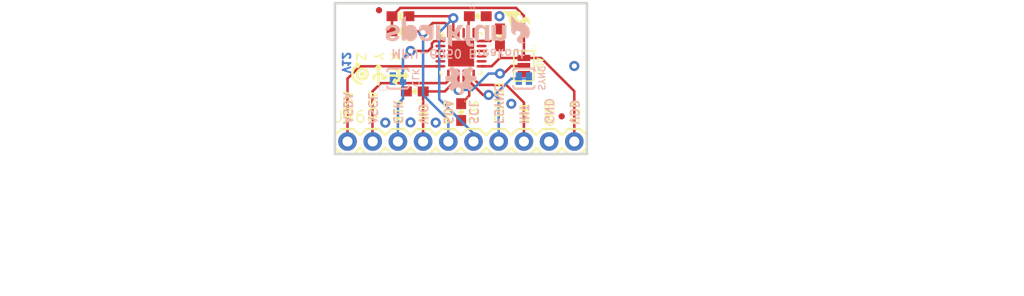
<source format=kicad_pcb>
(kicad_pcb (version 20211014) (generator pcbnew)
  (layers (0 "F.Cu" signal) (31 "B.Cu" signal) (34 "B.Paste" user) (35 "F.Paste" user) (36 "B.SilkS" user "B.Silkscreen") (37 "F.SilkS" user "F.Silkscreen") (38 "B.Mask" user) (39 "F.Mask" user) (44 "Edge.Cuts" user))
  (net 0 "")
  (net 1 "VCC")
  (net 2 "GND")
  (net 3 "N$3")
  (net 4 "N$5")
  (net 5 "AUX_SDA")
  (net 6 "AUX_SCL")
  (net 7 "SCL")
  (net 8 "SDA")
  (net 9 "INT")
  (net 10 "FSYNC")
  (net 11 "CLKIN")
  (net 12 "VIO")
  (net 13 "ADO")
  (footprint "boardEagle:STAND-OFF-TIGHT" (layer "F.Cu") (at 138.3411 99.9236 -90)
    (fp_text reference "JP4" hide)
    (fp_text value "STAND-OFFTIGHT" hide)
    (pad "" np_thru_hole circle (at 0 0 270) (size 3.048 3.048) (drill 3.048) (layers *.Cu *.Mask))
  )
  (footprint "boardEagle:0603-RES" (layer "F.Cu") (at 142.4051 100.2284 180)
    (fp_text reference "R2" (at -0.889 -0.762 180) (layer "F.SilkS") (effects (font (size 0.373888 0.373888) (thickness 0.032512)) (justify right top)))
    (fp_text value "10k")
    (fp_poly (pts (xy -0.2286 0.381) (xy 0.2286 0.381) (xy 0.2286 -0.381) (xy -0.2286 -0.381)) (layer "F.SilkS") (width 0) (fill solid))
    (pad "1" smd rect (at -0.85 0 180) (size 1.1 1) (layers "F.Cu" "F.Paste" "F.Mask") (net 8 "SDA"))
    (pad "2" smd rect (at 0.85 0 180) (size 1.1 1) (layers "F.Cu" "F.Paste" "F.Mask") (net 1 "VCC"))
  )
  (footprint "boardEagle:0603-CAP" (layer "F.Cu") (at 143.8529 106.299 180)
    (fp_text reference "C4" (at -0.889 -0.762 180) (layer "F.SilkS") (effects (font (size 0.373888 0.373888) (thickness 0.032512)) (justify right top)))
    (fp_text value "10nF")
    (fp_line (start 0 -0.0305) (end 0 0.0305) (layer "F.SilkS") (width 0.5588))
    (pad "1" smd rect (at -0.85 0 180) (size 1.1 1) (layers "F.Cu" "F.Paste" "F.Mask") (net 12 "VIO"))
    (pad "2" smd rect (at 0.85 0 180) (size 1.1 1) (layers "F.Cu" "F.Paste" "F.Mask") (net 2 "GND"))
  )
  (footprint "boardEagle:REVISION" (layer "F.Cu") (at 134.5311 126.5936)
    (fp_text reference "U$5" hide)
    (fp_text value "REVISION" hide)
  )
  (footprint "boardEagle:SJ_3_PASTE2&3" (layer "F.Cu") (at 154.8511 103.7336 -90)
    (fp_text reference "SJ1" (at -1.27 -1.27 -90) (layer "F.SilkS") (effects (font (size 0.373888 0.373888) (thickness 0.032512)) (justify left bottom)))
    (fp_text value "")
    (fp_line (start 1.27 1.016) (end -1.27 1.016) (layer "F.SilkS") (width 0.1524))
    (fp_line (start -1.524 0.762) (end -1.524 -0.762) (layer "F.SilkS") (width 0.1524))
    (fp_line (start -1.27 -1.016) (end 1.27 -1.016) (layer "F.SilkS") (width 0.1524))
    (fp_line (start 1.524 0.762) (end 1.524 -0.762) (layer "F.SilkS") (width 0.1524))
    (fp_arc (start 1.27 -1.016) (mid 1.449605 -0.941605) (end 1.524 -0.762) (layer "F.SilkS") (width 0.1524))
    (fp_arc (start 1.524 0.762) (mid 1.449605 0.941605) (end 1.27 1.016) (layer "F.SilkS") (width 0.1524))
    (fp_arc (start -1.27 1.016) (mid -1.449605 0.941605) (end -1.524 0.762) (layer "F.SilkS") (width 0.1524))
    (fp_arc (start -1.524 -0.762) (mid -1.449605 -0.941605) (end -1.27 -1.016) (layer "F.SilkS") (width 0.1524))
    (pad "1" smd rect (at -0.8128 0 270) (size 0.635 1.27) (layers "F.Cu" "F.Mask") (net 1 "VCC"))
    (pad "2" smd rect (at 0 0 270) (size 0.635 1.27) (layers "F.Cu" "F.Mask") (net 13 "ADO"))
    (pad "3" smd rect (at 0.8128 0 270) (size 0.635 1.27) (layers "F.Cu" "F.Mask") (net 2 "GND"))
  )
  (footprint "boardEagle:MICRO-FIDUCIAL" (layer "F.Cu") (at 140.2461 98.0948 -90)
    (fp_text reference "JP2" hide)
    (fp_text value "FIDUCIALUFIDUCIAL" hide)
    (pad "1" smd roundrect (at 0 0 270) (size 0.635 0.635) (layers "F.Cu" "F.Mask") (roundrect_rratio 0.5))
  )
  (footprint "boardEagle:1X10" (layer "F.Cu") (at 137.0711 111.3536)
    (fp_text reference "JP6" (at -1.3462 -1.8288) (layer "F.SilkS") (effects (font (size 1.143 1.143) (thickness 0.127)) (justify left bottom)))
    (fp_text value "M10\"")
    (fp_line (start -1.27 0.635) (end -0.635 1.27) (layer "F.SilkS") (width 0.2032))
    (fp_line (start 19.05 0.635) (end 19.685 1.27) (layer "F.SilkS") (width 0.2032))
    (fp_line (start 13.335 1.27) (end 12.065 1.27) (layer "F.SilkS") (width 0.2032))
    (fp_line (start 14.605 -1.27) (end 13.97 -0.635) (layer "F.SilkS") (width 0.2032))
    (fp_line (start 21.59 0.635) (end 20.955 1.27) (layer "F.SilkS") (width 0.2032))
    (fp_line (start 0.635 1.27) (end -0.635 1.27) (layer "F.SilkS") (width 0.2032))
    (fp_line (start 11.43 -0.635) (end 12.065 -1.27) (layer "F.SilkS") (width 0.2032))
    (fp_line (start 13.97 0.635) (end 14.605 1.27) (layer "F.SilkS") (width 0.2032))
    (fp_line (start 19.05 0.635) (end 18.415 1.27) (layer "F.SilkS") (width 0.2032))
    (fp_line (start 21.59 0.635) (end 22.225 1.27) (layer "F.SilkS") (width 0.2032))
    (fp_line (start 15.875 1.27) (end 14.605 1.27) (layer "F.SilkS") (width 0.2032))
    (fp_line (start 5.715 1.27) (end 4.445 1.27) (layer "F.SilkS") (width 0.2032))
    (fp_line (start 15.875 -1.27) (end 16.51 -0.635) (layer "F.SilkS") (width 0.2032))
    (fp_line (start 3.175 1.27) (end 1.905 1.27) (layer "F.SilkS") (width 0.2032))
    (fp_line (start 6.985 -1.27) (end 6.35 -0.635) (layer "F.SilkS") (width 0.2032))
    (fp_line (start 8.255 1.27) (end 6.985 1.27) (layer "F.SilkS") (width 0.2032))
    (fp_line (start 11.43 0.635) (end 10.795 1.27) (layer "F.SilkS") (width 0.2032))
    (fp_line (start 5.715 -1.27) (end 6.35 -0.635) (layer "F.SilkS") (width 0.2032))
    (fp_line (start 19.685 -1.27) (end 19.05 -0.635) (layer "F.SilkS") (width 0.2032))
    (fp_line (start 17.145 -1.27) (end 16.51 -0.635) (layer "F.SilkS") (width 0.2032))
    (fp_line (start 9.525 -1.27) (end 10.795 -1.27) (layer "F.SilkS") (width 0.2032))
    (fp_line (start 12.065 -1.27) (end 13.335 -1.27) (layer "F.SilkS") (width 0.2032))
    (fp_line (start 4.445 -1.27) (end 5.715 -1.27) (layer "F.SilkS") (width 0.2032))
    (fp_line (start 1.27 0.635) (end 0.635 1.27) (layer "F.SilkS") (width 0.2032))
    (fp_line (start 1.905 -1.27) (end 3.175 -1.27) (layer "F.SilkS") (width 0.2032))
    (fp_line (start 17.145 -1.27) (end 18.415 -1.27) (layer "F.SilkS") (width 0.2032))
    (fp_line (start 22.225 -1.27) (end 23.495 -1.27) (layer "F.SilkS") (width 0.2032))
    (fp_line (start -0.635 -1.27) (end -1.27 -0.635) (layer "F.SilkS") (width 0.2032))
    (fp_line (start 13.335 -1.27) (end 13.97 -0.635) (layer "F.SilkS") (width 0.2032))
    (fp_line (start 16.51 0.635) (end 15.875 1.27) (layer "F.SilkS") (width 0.2032))
    (fp_line (start 18.415 -1.27) (end 19.05 -0.635) (layer "F.SilkS") (width 0.2032))
    (fp_line (start 8.255 -1.27) (end 8.89 -0.635) (layer "F.SilkS") (width 0.2032))
    (fp_line (start 8.89 -0.635) (end 9.525 -1.27) (layer "F.SilkS") (width 0.2032))
    (fp_line (start 20.955 1.27) (end 19.685 1.27) (layer "F.SilkS") (width 0.2032))
    (fp_line (start 9.525 1.27) (end 8.89 0.635) (layer "F.SilkS") (width 0.2032))
    (fp_line (start 23.495 -1.27) (end 24.13 -0.635) (layer "F.SilkS") (width 0.2032))
    (fp_line (start 19.685 -1.27) (end 20.955 -1.27) (layer "F.SilkS") (width 0.2032))
    (fp_line (start 20.955 -1.27) (end 21.59 -0.635) (layer "F.SilkS") (width 0.2032))
    (fp_line (start 3.81 0.635) (end 3.175 1.27) (layer "F.SilkS") (width 0.2032))
    (fp_line (start 6.35 0.635) (end 6.985 1.27) (layer "F.SilkS") (width 0.2032))
    (fp_line (start 14.605 -1.27) (end 15.875 -1.27) (layer "F.SilkS") (width 0.2032))
    (fp_line (start 24.13 0.635) (end 23.495 1.27) (layer "F.SilkS") (width 0.2032))
    (fp_line (start 4.445 1.27) (end 3.81 0.635) (layer "F.SilkS") (width 0.2032))
    (fp_line (start 18.415 1.27) (end 17.145 1.27) (layer "F.SilkS") (width 0.2032))
    (fp_line (start 1.27 -0.635) (end 1.905 -1.27) (layer "F.SilkS") (width 0.2032))
    (fp_line (start 22.225 -1.27) (end 21.59 -0.635) (layer "F.SilkS") (width 0.2032))
    (fp_line (start 10.795 1.27) (end 9.525 1.27) (layer "F.SilkS") (width 0.2032))
    (fp_line (start 8.89 0.635) (end 8.255 1.27) (layer "F.SilkS") (width 0.2032))
    (fp_line (start 1.905 1.27) (end 1.27 0.635) (layer "F.SilkS") (width 0.2032))
    (fp_line (start -1.27 -0.635) (end -1.27 0.635) (layer "F.SilkS") (width 0.2032))
    (fp_line (start 3.175 -1.27) (end 3.81 -0.635) (layer "F.SilkS") (width 0.2032))
    (fp_line (start 6.985 -1.27) (end 8.255 -1.27) (layer "F.SilkS") (width 0.2032))
    (fp_line (start 24.13 -0.635) (end 24.13 0.635) (layer "F.SilkS") (width 0.2032))
    (fp_line (start 10.795 -1.27) (end 11.43 -0.635) (layer "F.SilkS") (width 0.2032))
    (fp_line (start 13.97 0.635) (end 13.335 1.27) (layer "F.SilkS") (width 0.2032))
    (fp_line (start 6.35 0.635) (end 5.715 1.27) (layer "F.SilkS") (width 0.2032))
    (fp_line (start 16.51 0.635) (end 17.145 1.27) (layer "F.SilkS") (width 0.2032))
    (fp_line (start 23.495 1.27) (end 22.225 1.27) (layer "F.SilkS") (width 0.2032))
    (fp_line (start -0.635 -1.27) (end 0.635 -1.27) (layer "F.SilkS") (width 0.2032))
    (fp_line (start 0.635 -1.27) (end 1.27 -0.635) (layer "F.SilkS") (width 0.2032))
    (fp_line (start 12.065 1.27) (end 11.43 0.635) (layer "F.SilkS") (width 0.2032))
    (fp_line (start 3.81 -0.635) (end 4.445 -1.27) (layer "F.SilkS") (width 0.2032))
    (pad "1" thru_hole circle (at 0 0 90) (size 1.8796 1.8796) (drill 1.016) (layers *.Cu *.Mask) (net 5 "AUX_SDA"))
    (pad "2" thru_hole circle (at 2.54 0 90) (size 1.8796 1.8796) (drill 1.016) (layers *.Cu *.Mask) (net 6 "AUX_SCL"))
    (pad "3" thru_hole circle (at 5.08 0 90) (size 1.8796 1.8796) (drill 1.016) (layers *.Cu *.Mask) (net 11 "CLKIN"))
    (pad "4" thru_hole circle (at 7.62 0 90) (size 1.8796 1.8796) (drill 1.016) (layers *.Cu *.Mask) (net 12 "VIO"))
    (pad "5" thru_hole circle (at 10.16 0 90) (size 1.8796 1.8796) (drill 1.016) (layers *.Cu *.Mask) (net 8 "SDA"))
    (pad "6" thru_hole circle (at 12.7 0 90) (size 1.8796 1.8796) (drill 1.016) (layers *.Cu *.Mask) (net 7 "SCL"))
    (pad "7" thru_hole circle (at 15.24 0 90) (size 1.8796 1.8796) (drill 1.016) (layers *.Cu *.Mask) (net 10 "FSYNC"))
    (pad "8" thru_hole circle (at 17.78 0 90) (size 1.8796 1.8796) (drill 1.016) (layers *.Cu *.Mask) (net 9 "INT"))
    (pad "9" thru_hole circle (at 20.32 0 90) (size 1.8796 1.8796) (drill 1.016) (layers *.Cu *.Mask) (net 2 "GND"))
    (pad "10" thru_hole circle (at 22.86 0 90) (size 1.8796 1.8796) (drill 1.016) (layers *.Cu *.Mask) (net 1 "VCC"))
  )
  (footprint "boardEagle:0603-CAP" (layer "F.Cu") (at 152.4381 100.838 90)
    (fp_text reference "C3" (at -0.889 -0.762 90) (layer "F.SilkS") (effects (font (size 0.373888 0.373888) (thickness 0.032512)) (justify left bottom)))
    (fp_text value "0.1uF")
    (fp_line (start 0 -0.0305) (end 0 0.0305) (layer "F.SilkS") (width 0.5588))
    (pad "1" smd rect (at -0.85 0 90) (size 1.1 1) (layers "F.Cu" "F.Paste" "F.Mask") (net 1 "VCC"))
    (pad "2" smd rect (at 0.85 0 90) (size 1.1 1) (layers "F.Cu" "F.Paste" "F.Mask") (net 2 "GND"))
  )
  (footprint "boardEagle:CREATIVE_COMMONS" (layer "F.Cu") (at 122.358979 122.7836)
    (fp_text reference "FRAME1" hide)
    (fp_text value "FRAME-LETTER" hide)
  )
  (footprint "boardEagle:QFN-24-4MM2" (layer "F.Cu") (at 148.5011 102.4636)
    (fp_text reference "U1" hide)
    (fp_text value "MPU-6050-1" hide)
    (fp_line (start 1.8 2.1) (end 2.1 2.1) (layer "F.SilkS") (width 0.127))
    (fp_line (start -2.1 2.1) (end -2.1 1.8) (layer "F.SilkS") (width 0.127))
    (fp_line (start 2.1 -2.1) (end 2.1 -1.8) (layer "F.SilkS") (width 0.127))
    (fp_line (start 1.8 -2.1) (end 2.1 -2.1) (layer "F.SilkS") (width 0.127))
    (fp_line (start 2.1 2.1) (end 2.1 1.8) (layer "F.SilkS") (width 0.127))
    (fp_line (start -1.8 2.1) (end -2.1 2.1) (layer "F.SilkS") (width 0.127))
    (fp_line (start -2.1 -1.8) (end -1.8 -2.1) (layer "F.SilkS") (width 0.127))
    (fp_circle (center -1.78 -1.78) (end -1.7168 -1.78) (layer "F.SilkS") (width 0.127) (fill none))
    (pad "1" smd roundrect (at -2.0662 -1.2567 180) (size 1.016 0.254) (layers "F.Cu" "F.Paste" "F.Mask") (roundrect_rratio 0.5) (net 11 "CLKIN"))
    (pad "2" smd roundrect (at -2.0662 -0.7496 180) (size 1.016 0.254) (layers "F.Cu" "F.Paste" "F.Mask") (roundrect_rratio 0.5))
    (pad "3" smd roundrect (at -2.0662 -0.2475 180) (size 1.016 0.254) (layers "F.Cu" "F.Paste" "F.Mask") (roundrect_rratio 0.5))
    (pad "4" smd roundrect (at -2.0662 0.2875 180) (size 1.016 0.254) (layers "F.Cu" "F.Paste" "F.Mask") (roundrect_rratio 0.5))
    (pad "5" smd roundrect (at -2.0662 0.7921 180) (size 1.016 0.254) (layers "F.Cu" "F.Paste" "F.Mask") (roundrect_rratio 0.5))
    (pad "6" smd roundrect (at -2.0662 1.2967 180) (size 1.016 0.254) (layers "F.Cu" "F.Paste" "F.Mask") (roundrect_rratio 0.5) (net 5 "AUX_SDA"))
    (pad "7" smd roundrect (at -1.2667 2.1216 90) (size 1.016 0.254) (layers "F.Cu" "F.Paste" "F.Mask") (roundrect_rratio 0.5) (net 6 "AUX_SCL"))
    (pad "8" smd roundrect (at -0.7621 2.1216 90) (size 1.016 0.254) (layers "F.Cu" "F.Paste" "F.Mask") (roundrect_rratio 0.5) (net 12 "VIO"))
    (pad "9" smd roundrect (at -0.2575 2.1216 90) (size 1.016 0.254) (layers "F.Cu" "F.Paste" "F.Mask") (roundrect_rratio 0.5) (net 13 "ADO"))
    (pad "10" smd roundrect (at 0.2775 2.1216 90) (size 1.016 0.254) (layers "F.Cu" "F.Paste" "F.Mask") (roundrect_rratio 0.5) (net 4 "N$5"))
    (pad "11" smd roundrect (at 0.7796 2.1216 90) (size 1.016 0.254) (layers "F.Cu" "F.Paste" "F.Mask") (roundrect_rratio 0.5) (net 10 "FSYNC"))
    (pad "12" smd roundrect (at 1.2867 2.1216 90) (size 1.016 0.254) (layers "F.Cu" "F.Paste" "F.Mask") (roundrect_rratio 0.5) (net 9 "INT"))
    (pad "13" smd roundrect (at 2.0862 1.2967 180) (size 1.016 0.254) (layers "F.Cu" "F.Paste" "F.Mask") (roundrect_rratio 0.5) (net 1 "VCC"))
    (pad "14" smd roundrect (at 2.0862 0.7921 180) (size 1.016 0.254) (layers "F.Cu" "F.Paste" "F.Mask") (roundrect_rratio 0.5))
    (pad "15" smd roundrect (at 2.0862 0.2875 180) (size 1.016 0.254) (layers "F.Cu" "F.Paste" "F.Mask") (roundrect_rratio 0.5))
    (pad "16" smd roundrect (at 2.0862 -0.2475 180) (size 1.016 0.254) (layers "F.Cu" "F.Paste" "F.Mask") (roundrect_rratio 0.5))
    (pad "17" smd roundrect (at 2.0862 -0.7496 180) (size 1.016 0.254) (layers "F.Cu" "F.Paste" "F.Mask") (roundrect_rratio 0.5))
    (pad "18" smd roundrect (at 2.0862 -1.2567 180) (size 1.016 0.254) (layers "F.Cu" "F.Paste" "F.Mask") (roundrect_rratio 0.5) (net 2 "GND"))
    (pad "19" smd roundrect (at 1.2867 -2.0816 90) (size 1.016 0.254) (layers "F.Cu" "F.Paste" "F.Mask") (roundrect_rratio 0.5))
    (pad "20" smd roundrect (at 0.7796 -2.0816 90) (size 1.016 0.254) (layers "F.Cu" "F.Paste" "F.Mask") (roundrect_rratio 0.5) (net 3 "N$3"))
    (pad "21" smd roundrect (at 0.2775 -2.0816 90) (size 1.016 0.254) (layers "F.Cu" "F.Paste" "F.Mask") (roundrect_rratio 0.5))
    (pad "22" smd roundrect (at -0.2575 -2.0816 90) (size 1.016 0.254) (layers "F.Cu" "F.Paste" "F.Mask") (roundrect_rratio 0.5))
    (pad "23" smd roundrect (at -0.7621 -2.0816 90) (size 1.016 0.254) (layers "F.Cu" "F.Paste" "F.Mask") (roundrect_rratio 0.5) (net 7 "SCL"))
    (pad "24" smd roundrect (at -1.2667 -2.0816 90) (size 1.016 0.254) (layers "F.Cu" "F.Paste" "F.Mask") (roundrect_rratio 0.5) (net 8 "SDA"))
    (pad "P$1" smd rect (at 0.02 0.01) (size 2.6162 2.6162) (layers "F.Cu" "F.Mask"))
  )
  (footprint "boardEagle:0603-CAP" (layer "F.Cu") (at 150.2029 98.7044)
    (fp_text reference "C2" (at -0.889 -0.762) (layer "F.SilkS") (effects (font (size 0.373888 0.373888) (thickness 0.032512)) (justify left bottom)))
    (fp_text value "2.2nF")
    (fp_line (start 0 -0.0305) (end 0 0.0305) (layer "F.SilkS") (width 0.5588))
    (pad "1" smd rect (at -0.85 0) (size 1.1 1) (layers "F.Cu" "F.Paste" "F.Mask") (net 3 "N$3"))
    (pad "2" smd rect (at 0.85 0) (size 1.1 1) (layers "F.Cu" "F.Paste" "F.Mask") (net 2 "GND"))
  )
  (footprint "boardEagle:MICRO-FIDUCIAL" (layer "F.Cu") (at 158.6611 108.8136 -90)
    (fp_text reference "JP5" hide)
    (fp_text value "FIDUCIALUFIDUCIAL" hide)
    (pad "1" smd roundrect (at 0 0 270) (size 0.635 0.635) (layers "F.Cu" "F.Mask") (roundrect_rratio 0.5))
  )
  (footprint "boardEagle:STAND-OFF-TIGHT" (layer "F.Cu") (at 158.6611 99.9236 -90)
    (fp_text reference "JP3" hide)
    (fp_text value "STAND-OFFTIGHT" hide)
    (pad "" np_thru_hole circle (at 0 0 270) (size 3.048 3.048) (drill 3.048) (layers *.Cu *.Mask))
  )
  (footprint "boardEagle:SFE-LOGO-FLAME" (layer "F.Cu") (at 152.6413 98.1964 -90)
    (fp_text reference "U$2" hide)
    (fp_text value "" hide)
    (fp_poly (pts (xy 1.126002 -2.808203) (xy 1.215449 -2.785829) (xy 1.228477 -2.780783) (xy 1.240149 -2.774875) (xy 1.25686 -2.766576) (xy 1.275552 -2.759834) (xy 1.371694 -2.7026) (xy 1.3793 -2.7026) (xy 1.3793 -2.6772) (xy 1.306833 -2.6772) (xy 1.208418 -2.657914) (xy 1.074855 -2.495286) (xy 1.079365 -2.436825) (xy 1.12809 -2.341869) (xy 1.204666 -2.265196) (xy 1.294069 -2.200638) (xy 1.369348 -2.168824) (xy 1.450737 -2.171632) (xy 1.458864 -2.174186) (xy 1.466257 -2.177389) (xy 1.530514 -2.236956) (xy 1.5368 -2.259812) (xy 1.5368 -2.377938) (xy 1.763707 -2.148127) (xy 1.868186 -1.856841) (xy 1.871603 -1.856894) (xy 1.87806 -1.650435) (xy 1.848857 -1.45742) (xy 1.785308 -1.272842) (xy 1.6663 -1.061578) (xy 1.6663 -1.080581) (xy 1.378131 -0.80901) (xy 0.982239 -0.6985) (xy 0.753005 -0.6985) (xy 0.716201 -0.692046) (xy 0.681776 -0.679592) (xy 0.496322 -0.541784) (xy -0.0126 0.03091) (xy -0.0126 -1.52077) (xy 0.060004 -1.761967) (xy 0.168295 -1.865489) (xy 0.307122 -1.917522) (xy 0.4039 -1.925089) (xy 0.499384 -1.917623) (xy 0.55991 -1.908099) (xy 0.557788 -1.884433) (xy 0.522216 -1.885242) (xy 0.501784 -1.876141) (xy 0.420519 -1.817154) (xy 0.400722 -1.79067) (xy 0.390395 -1.7285) (xy 0.400905 -1.665229) (xy 0.421405 -1.625174) (xy 0.452343 -1.592685) (xy 0.546535 -1.54355) (xy 0.652229 -1.531742) (xy 0.742768 -1.550084) (xy 0.82422 -1.589656) (xy 0.92203 -1.754659) (xy 0.907706 -1.848844) (xy 0.850914 -1.930401) (xy 0.584707 -2.263237) (xy 0.561667 -2.510855) (xy 0.627495 -2.621556) (xy 0.629042 -2.623103) (xy 0.778901 -2.74712) (xy 1.032676 -2.817064)) (layer "F.SilkS") (width 0) (fill solid))
  )
  (footprint "boardEagle:0603-CAP" (layer "F.Cu") (at 148.5265 108.3818 -90)
    (fp_text reference "C1" (at -0.889 -0.762 -90) (layer "F.SilkS") (effects (font (size 0.373888 0.373888) (thickness 0.032512)) (justify left bottom)))
    (fp_text value "0.1uF")
    (fp_line (start 0 -0.0305) (end 0 0.0305) (layer "F.SilkS") (width 0.5588))
    (pad "1" smd rect (at -0.85 0 270) (size 1.1 1) (layers "F.Cu" "F.Paste" "F.Mask") (net 4 "N$5"))
    (pad "2" smd rect (at 0.85 0 270) (size 1.1 1) (layers "F.Cu" "F.Paste" "F.Mask") (net 2 "GND"))
  )
  (footprint "boardEagle:0603-RES" (layer "F.Cu") (at 142.4051 98.7044 180)
    (fp_text reference "R1" (at -0.889 -0.762 180) (layer "F.SilkS") (effects (font (size 0.373888 0.373888) (thickness 0.032512)) (justify right top)))
    (fp_text value "10k")
    (fp_poly (pts (xy -0.2286 0.381) (xy 0.2286 0.381) (xy 0.2286 -0.381) (xy -0.2286 -0.381)) (layer "F.SilkS") (width 0) (fill solid))
    (pad "1" smd rect (at -0.85 0 180) (size 1.1 1) (layers "F.Cu" "F.Paste" "F.Mask") (net 7 "SCL"))
    (pad "2" smd rect (at 0.85 0 180) (size 1.1 1) (layers "F.Cu" "F.Paste" "F.Mask") (net 1 "VCC"))
  )
  (footprint "boardEagle:OSHW-LOGO-S" (layer "B.Cu") (at 148.5011 105.0036)
    (fp_text reference "U$1" hide)
    (fp_text value "OSHW-LOGOS" hide)
    (fp_poly (pts (xy 0.301647 1.061351) (xy 0.42347 1.022344) (xy 0.537177 0.963769) (xy 0.92862 1.282946) (xy 1.282946 0.92862) (xy 0.961035 0.533823) (xy 1.057046 0.302084) (xy 1.5638 0.250561) (xy 1.5638 -0.250561) (xy 1.057046 -0.302084) (xy 0.961035 -0.533823) (xy 1.282946 -0.92862) (xy 0.92862 -1.282946) (xy 0.537177 -0.96377) (xy 0.356601 -1.056794) (xy 0.088679 -0.410073) (xy 0.326262 -0.2176) (xy 0.373649 -0.121468) (xy 0.392729 -0.010339) (xy 0.379464 0.101634) (xy 0.334947 0.205229) (xy 0.262842 0.291918) (xy 0.169087 0.354561) (xy 0.061406 0.387999) (xy -0.051342 0.38948) (xy -0.159868 0.358881) (xy -0.255234 0.298724) (xy -0.329589 0.213962) (xy -0.376813 0.111569) (xy -0.392176 0.005767) (xy -0.322923 -0.222565) (xy -0.249312 -0.303773) (xy 0.091677 -0.5081) (xy -0.12929 -0.5081) (xy -0.355332 -1.053732) (xy -0.506597 -0.983577) (xy -0.538922 -0.965192) (xy -0.92862 -1.282946) (xy -1.282946 -0.92862) (xy -0.961035 -0.533823) (xy -1.057046 -0.302084) (xy -1.5638 -0.250561) (xy -1.5638 0.250561) (xy -1.057046 0.302084) (xy -0.961035 0.533823) (xy -1.282946 0.92862) (xy -0.92862 1.282946) (xy -0.533823 0.961035) (xy -0.302084 1.057046) (xy -0.250561 1.5638) (xy 0.250561 1.5638)) (layer "B.SilkS") (width 0) (fill solid))
  )
  (footprint "boardEagle:SJ_2S-TRACE" (layer "B.Cu") (at 154.8511 105.0036 180)
    (fp_text reference "SJ3" (at -0.9525 1.27) (layer "B.SilkS") (effects (font (size 0.373888 0.373888) (thickness 0.032512)) (justify right top mirror)))
    (fp_text value "")
    (fp_line (start -0.381 0) (end 0.381 0) (layer "B.Cu") (width 0.2032))
    (fp_line (start -0.8255 1.016) (end 0.8255 1.016) (layer "B.SilkS") (width 0.2032))
    (fp_line (start 0.8255 -1.016) (end -0.8255 -1.016) (layer "B.SilkS") (width 0.2032))
    (fp_arc (start -1.0795 -0.762) (mid -1.005105 -0.941605) (end -0.8255 -1.016) (layer "B.SilkS") (width 0.2032))
    (fp_arc (start 1.0795 0.762) (mid 1.005105 0.941605) (end 0.8255 1.016) (layer "B.SilkS") (width 0.2032))
    (fp_arc (start 0.8255 -1.016) (mid 1.005105 -0.941605) (end 1.0795 -0.762) (layer "B.SilkS") (width 0.2032))
    (fp_arc (start -0.8255 1.016) (mid -1.005105 0.941605) (end -1.0795 0.762) (layer "B.SilkS") (width 0.2032))
    (pad "1" smd rect (at -0.508 0 180) (size 0.635 1.27) (layers "B.Cu" "B.Mask") (net 2 "GND"))
    (pad "2" smd rect (at 0.508 0 180) (size 0.635 1.27) (layers "B.Cu" "B.Mask") (net 10 "FSYNC"))
  )
  (footprint "boardEagle:SFE-LOGO-FLAME" (layer "B.Cu") (at 153.5811 98.6536)
    (fp_text reference "U$3" hide)
    (fp_text value "" hide)
    (fp_poly (pts (xy 1.126002 2.808203) (xy 1.215449 2.785829) (xy 1.228477 2.780783) (xy 1.240149 2.774875) (xy 1.25686 2.766576) (xy 1.275552 2.759834) (xy 1.371694 2.7026) (xy 1.3793 2.7026) (xy 1.3793 2.6772) (xy 1.306833 2.6772) (xy 1.208418 2.657914) (xy 1.074855 2.495286) (xy 1.079365 2.436825) (xy 1.12809 2.341869) (xy 1.204666 2.265196) (xy 1.294069 2.200638) (xy 1.369348 2.168824) (xy 1.450737 2.171632) (xy 1.458864 2.174186) (xy 1.466257 2.177389) (xy 1.530514 2.236956) (xy 1.5368 2.259812) (xy 1.5368 2.377938) (xy 1.763707 2.148127) (xy 1.868186 1.856841) (xy 1.871603 1.856894) (xy 1.87806 1.650435) (xy 1.848857 1.45742) (xy 1.785308 1.272842) (xy 1.6663 1.061578) (xy 1.6663 1.080581) (xy 1.378131 0.80901) (xy 0.982239 0.6985) (xy 0.753005 0.6985) (xy 0.716201 0.692046) (xy 0.681776 0.679592) (xy 0.496322 0.541784) (xy -0.0126 -0.03091) (xy -0.0126 1.52077) (xy 0.060004 1.761967) (xy 0.168295 1.865489) (xy 0.307122 1.917522) (xy 0.4039 1.925089) (xy 0.499384 1.917623) (xy 0.55991 1.908099) (xy 0.557788 1.884433) (xy 0.522216 1.885242) (xy 0.501784 1.876141) (xy 0.420519 1.817154) (xy 0.400722 1.79067) (xy 0.390395 1.7285) (xy 0.400905 1.665229) (xy 0.421405 1.625174) (xy 0.452343 1.592685) (xy 0.546535 1.54355) (xy 0.652229 1.531742) (xy 0.742768 1.550084) (xy 0.82422 1.589656) (xy 0.92203 1.754659) (xy 0.907706 1.848844) (xy 0.850914 1.930401) (xy 0.584707 2.263237) (xy 0.561667 2.510855) (xy 0.627495 2.621556) (xy 0.629042 2.623103) (xy 0.778901 2.74712) (xy 1.032676 2.817064)) (layer "B.SilkS") (width 0) (fill solid))
  )
  (footprint "boardEagle:SJ_2S-TRACE" (layer "B.Cu") (at 142.1511 105.0036)
    (fp_text reference "SJ2" (at -0.9525 1.27 180) (layer "B.SilkS") (effects (font (size 0.373888 0.373888) (thickness 0.032512)) (justify left bottom mirror)))
    (fp_text value "")
    (fp_line (start -0.381 0) (end 0.381 0) (layer "B.Cu") (width 0.2032))
    (fp_line (start 0.8255 -1.016) (end -0.8255 -1.016) (layer "B.SilkS") (width 0.2032))
    (fp_line (start -0.8255 1.016) (end 0.8255 1.016) (layer "B.SilkS") (width 0.2032))
    (fp_arc (start 1.0795 0.762) (mid 1.005105 0.941605) (end 0.8255 1.016) (layer "B.SilkS") (width 0.2032))
    (fp_arc (start -0.8255 1.016) (mid -1.005105 0.941605) (end -1.0795 0.762) (layer "B.SilkS") (width 0.2032))
    (fp_arc (start -1.0795 -0.762) (mid -1.005105 -0.941605) (end -0.8255 -1.016) (layer "B.SilkS") (width 0.2032))
    (fp_arc (start 0.8255 -1.016) (mid 1.005105 -0.941605) (end 1.0795 -0.762) (layer "B.SilkS") (width 0.2032))
    (pad "1" smd rect (at -0.508 0) (size 0.635 1.27) (layers "B.Cu" "B.Mask") (net 2 "GND"))
    (pad "2" smd rect (at 0.508 0) (size 0.635 1.27) (layers "B.Cu" "B.Mask") (net 11 "CLKIN"))
  )
  (footprint "boardEagle:SFE-NEW-WEB" (layer "B.Cu") (at 140.8811 98.6536)
    (fp_text reference "U$4" hide)
    (fp_text value "" hide)
    (fp_line (start 11.1379 0.9449) (end 10.7163 0.9449) (layer "B.SilkS") (width 0.0254))
    (fp_line (start 10.7163 0.9449) (end 10.7163 2.5171) (layer "B.SilkS") (width 0.0254))
    (fp_line (start 12.1818 2.0091) (end 12.1818 0.955) (layer "B.SilkS") (width 0.0254))
    (fp_line (start 11.1201 2.5171) (end 11.1201 2.2962) (layer "B.SilkS") (width 0.0254))
    (fp_line (start 10.7163 2.5171) (end 11.1201 2.5171) (layer "B.SilkS") (width 0.0254))
    (fp_line (start 11.1379 1.8136) (end 11.1379 0.9449) (layer "B.SilkS") (width 0.0254))
    (fp_line (start 11.1201 2.2962) (end 11.1277 2.2962) (layer "B.SilkS") (width 0.0254))
    (fp_line (start 11.7729 0.955) (end 11.7729 1.9202) (layer "B.SilkS") (width 0.0254))
    (fp_line (start 12.1818 0.955) (end 11.7729 0.955) (layer "B.SilkS") (width 0.0254))
    (fp_arc (start 11.7678 2.5502) (mid 11.667584 2.556058) (end 11.5672 2.5552) (layer "B.SilkS") (width 0.0254))
    (fp_arc (start 11.4198 2.2327) (mid 11.475702 2.235165) (end 11.5316 2.2377) (layer "B.SilkS") (width 0.0254))
    (fp_arc (start 11.1684 2.0396) (mid 11.146105 1.962214) (end 11.1379 1.8821) (layer "B.SilkS") (width 0.0254))
    (fp_arc (start 11.1379 1.8821) (mid 11.137681 1.84785) (end 11.1379 1.8136) (layer "B.SilkS") (width 0.0254))
    (fp_arc (start 11.4198 2.2327) (mid 11.334441 2.214452) (end 11.259799 2.1692) (layer "B.SilkS") (width 0.0254))
    (fp_arc (start 11.7729 1.9202) (mid 11.758038 2.02962) (end 11.7145 2.1311) (layer "B.SilkS") (width 0.0254))
    (fp_arc (start 12.0345 2.425699) (mid 11.911985 2.51116) (end 11.7678 2.5502) (layer "B.SilkS") (width 0.0254))
    (fp_arc (start 11.5976 2.2276) (mid 11.565101 2.235925) (end 11.5316 2.2377) (layer "B.SilkS") (width 0.0254))
    (fp_arc (start 11.5672 2.5552) (mid 11.411238 2.523841) (end 11.2725 2.446) (layer "B.SilkS") (width 0.0254))
    (fp_arc (start 12.1488 2.232699) (mid 12.104013 2.336521) (end 12.0345 2.4257) (layer "B.SilkS") (width 0.0254))
    (fp_arc (start 12.1818 2.0091) (mid 12.172765 2.122002) (end 12.1488 2.2327) (layer "B.SilkS") (width 0.0254))
    (fp_arc (start 11.7145 2.1311) (mid 11.664346 2.1894) (end 11.5976 2.2276) (layer "B.SilkS") (width 0.0254))
    (fp_arc (start 11.2725 2.446) (mid 11.226399 2.404414) (end 11.1862 2.3571) (layer "B.SilkS") (width 0.0254))
    (fp_arc (start 11.1862 2.3571) (mid 11.172158 2.338081) (end 11.1582 2.319) (layer "B.SilkS") (width 0.0254))
    (fp_arc (start 11.1277 2.2962) (mid 11.137379 2.298176) (end 11.1455 2.3038) (layer "B.SilkS") (width 0.0254))
    (fp_arc (start 11.2598 2.1692) (mid 11.206137 2.110016) (end 11.1684 2.0396) (layer "B.SilkS") (width 0.0254))
    (fp_arc (start 11.1455 2.3038) (mid 11.152103 2.311188) (end 11.1582 2.319) (layer "B.SilkS") (width 0.0254))
    (fp_poly (pts (xy 9.4234 1.520809) (xy 9.472888 1.359974) (xy 9.516069 1.308185) (xy 9.573108 1.271734) (xy 9.714103 1.241374) (xy 9.853529 1.268908) (xy 10.003067 1.442966) (xy 10.033 1.684784) (xy 10.033 2.5273) (xy 10.48 2.5273) (xy 10.48 0.9398) (xy 10.0533 0.9398) (xy 10.0533 1.159713) (xy 9.961626 1.051965) (xy 9.823848 0.946774) (xy 9.797269 0.933513) (xy 9.76873 0.924761) (xy 9.46843 0.899096) (xy 9.311419 0.929258) (xy 9.173895 1.0008) (xy 9.172522 1.0008) (xy 9.155194 1.014756) (xy 9.141833 1.028106) (xy 9.055991 1.150842) (xy 9.0022 1.291099) (xy 8.984 1.439423) (xy 8.984 2.5324) (xy 9.4234 2.5324)) (layer "B.SilkS") (width 0) (fill solid))
    (fp_poly (pts (xy 6.1316 2.557116) (xy 6.1316 2.1463) (xy 6.115783 2.1463) (xy 6.10653 2.147054) (xy 6.097893 2.149211) (xy 6.068387 2.157247) (xy 6.038922 2.161538) (xy 5.96265 2.16474) (xy 5.887609 2.16159) (xy 5.731931 2.107297) (xy 5.637642 2.018651) (xy 5.577302 1.903423) (xy 5.5499 1.736362) (xy 5.5499 0.9423) (xy 5.107878 0.9423) (xy 5.110519 2.454146) (xy 5.522 2.527255) (xy 5.522 2.234211) (xy 5.526569 2.235704) (xy 5.544428 2.262537) (xy 5.578841 2.314524) (xy 5.613758 2.367854) (xy 5.686736 2.438162) (xy 5.778008 2.498223) (xy 5.979984 2.565515)) (layer "B.SilkS") (width 0) (fill solid))
    (fp_poly (pts (xy 2.834651 2.506079) (xy 2.92707 2.450683) (xy 3.011605 2.383731) (xy 3.1267 2.221709) (xy 3.1267 2.263503) (xy 3.219434 1.972794) (xy 3.236098 1.526727) (xy 3.068933 1.135798) (xy 2.975978 1.041462) (xy 2.864973 0.970996) (xy 2.740356 0.92713) (xy 2.372489 0.922) (xy 2.370226 0.922) (xy 2.254471 0.962806) (xy 2.0828 1.127587) (xy 2.0828 -0.010757) (xy 1.6434 0.385552) (xy 1.6434 2.45912) (xy 2.057593 2.537568) (xy 2.055012 2.330538) (xy 2.068304 2.345345) (xy 2.15812 2.442839) (xy 2.234107 2.497896) (xy 2.368681 2.552194) (xy 2.419192 2.562883) (xy 2.620347 2.565422)) (layer "B.SilkS") (width 0) (fill solid))
    (fp_poly (pts (xy 1.201557 2.290098) (xy 1.414074 2.156268) (xy 1.42383 2.065) (xy 1.01008 2.065) (xy 1.00135 2.126336) (xy 0.936084 2.220524) (xy 0.871818 2.257603) (xy 0.798545 2.2758) (xy 0.628591 2.2758) (xy 0.583991 2.267366) (xy 0.541641 2.251683) (xy 0.51157 2.232098) (xy 0.488615 2.205726) (xy 0.469153 2.152745) (xy 0.474605 2.097619) (xy 0.521549 2.031824) (xy 0.664468 1.962838) (xy 0.866638 1.922444) (xy 1.206678 1.822687) (xy 1.354318 1.729494) (xy 1.389578 1.692366) (xy 1.416579 1.648151) (xy 1.460229 1.440208) (xy 1.447804 1.4376) (xy 1.460484 1.436955) (xy 1.457817 1.384541) (xy 1.452657 1.33034) (xy 1.371775 1.140043) (xy 1.14885 0.969822) (xy 1.013381 0.927267) (xy 0.74708 0.904177) (xy 0.617383 0.909691) (xy 0.487493 0.922202) (xy 0.306845 0.984179) (xy 0.185213 1.061804) (xy 0.109225 1.132023) (xy 0.056988 1.2215) (xy 0.013059 1.350644) (xy 0.002577 1.410659) (xy -0.00152 1.469003) (xy 0.738195 1.10308) (xy 1.120535 1.189415) (xy 1.224069 1.497645) (xy 0.809011 1.723764) (xy 0.364394 1.98847) (xy 0.308075 2.310537) (xy 0.741882 2.423672)) (layer "B.SilkS") (width 0) (fill solid))
    (fp_poly (pts (xy 4.444983 2.544915) (xy 4.588724 2.501712) (xy 4.72259 2.430523) (xy 4.844814 2.271666) (xy 4.859671 2.1819) (xy 4.8616 2.1819) (xy 4.8616 1.6891) (xy 4.864173 1.6891) (xy 4.861603 1.242544) (xy 4.871819 1.108765) (xy 4.906709 0.979276) (xy 4.920484 0.9423) (xy 4.495275 0.9423) (xy 4.477494 0.951279) (xy 4.472002 0.970735) (xy 4.468249 0.985133) (xy 4.446292 1.084946) (xy 4.440321 1.089528) (xy 4.438946 1.088886) (xy 4.309064 0.98859) (xy 4.153188 0.927249) (xy 3.824183 0.906712) (xy 3.683825 0.938256) (xy 3.554173 1.000134) (xy 3.486826 1.05665) (xy 3.437273 1.130532) (xy 3.3807 1.444163) (xy 3.3807 1.446675) (xy 3.401941 1.543624) (xy 3.446308 1.632822) (xy 3.527788 1.722902) (xy 3.632416 1.784766) (xy 3.937258 1.861632) (xy 4.048648 1.873601) (xy 4.159032 1.884616) (xy 4.224808 1.893434) (xy 4.289167 1.907055) (xy 4.336271 1.923637) (xy 4.379043 1.948303) (xy 4.407461 1.974391) (xy 4.413402 1.982997) (xy 4.4171 1.991455) (xy 4.4171 2.14983) (xy 4.358226 2.232254) (xy 4.254396 2.270917) (xy 4.188033 2.274326) (xy 4.120968 2.275774) (xy 4.006679 2.25395) (xy 3.883049 2.131716) (xy 3.8659 2.045941) (xy 3.8659 2.0295) (xy 3.429 2.0295) (xy 3.429 2.040006) (xy 3.418965 2.041638) (xy 3.439259 2.166448) (xy 3.491292 2.283494) (xy 3.571378 2.383462) (xy 3.674008 2.459597) (xy 3.791998 2.513469) (xy 3.916944 2.547448) (xy 4.18103 2.571338)) (layer "B.SilkS") (width 0) (fill solid))
    (fp_poly (pts (xy 11.770768 2.56283) (xy 12.043428 2.435548) (xy 12.160999 2.237024) (xy 12.1945 2.010032) (xy 12.1945 0.9423) (xy 11.7602 0.9423) (xy 11.7602 1.918474) (xy 11.70302 2.124971) (xy 11.656141 2.179464) (xy 11.593345 2.215403) (xy 11.53092 2.224956) (xy 11.476269 2.222478) (xy 11.422495 2.220106) (xy 11.268 2.158791) (xy 11.18035 2.034508) (xy 11.1506 1.880883) (xy 11.1506 0.9322) (xy 10.7036 0.9322) (xy 10.7036 2.5298) (xy 11.1328 2.5298) (xy 11.1328 2.310454) (xy 11.136857 2.313263) (xy 11.148195 2.326834) (xy 11.161924 2.345602) (xy 11.176241 2.364992) (xy 11.217267 2.413279) (xy 11.265048 2.456381) (xy 11.406772 2.535896) (xy 11.566093 2.567932)) (layer "B.SilkS") (width 0) (fill solid))
    (fp_poly (pts (xy 0.803285 2.567895) (xy 0.944243 2.553799) (xy 1.081508 2.516334) (xy 1.193542 2.461399) (xy 1.291841 2.383865) (xy 1.357039 2.297824) (xy 1.377068 2.257603) (xy 1.393653 2.216867) (xy 1.417283 2.151914) (xy 1.353784 2.105111) (xy 1.152335 2.254241) (xy 0.736496 2.387002) (xy 0.372563 2.277101) (xy 0.417885 2.019712) (xy 1.241556 1.540676) (xy 1.263422 1.497067) (xy 1.147655 1.152457) (xy 0.724605 1.058492) (xy -0.038666 1.4605) (xy 0.4115 1.4605) (xy 0.4115 1.443466) (xy 0.420402 1.369907) (xy 0.454647 1.305856) (xy 0.524204 1.243359) (xy 0.610838 1.206018) (xy 0.637726 1.200933) (xy 0.665996 1.198897) (xy 0.7328 1.198389) (xy 0.79791 1.198884) (xy 0.968129 1.258019) (xy 1.007666 1.302193) (xy 1.028603 1.358428) (xy 1.025789 1.425439) (xy 0.995864 1.485288) (xy 0.943734 1.527918) (xy 0.715431 1.605731) (xy 0.533161 1.644154) (xy 0.351479 1.692254) (xy 0.230117 1.743632) (xy 0.122357 1.822697) (xy 0.0457 1.960096) (xy 0.0457 1.963141) (xy 0.038572 2.135467) (xy 0.0838 2.300409) (xy 0.0838 2.303445) (xy 0.206233 2.444416) (xy 0.620397 2.567885) (xy 0.71245 2.568634)) (layer "B.SilkS") (width 0) (fill solid))
    (fp_poly (pts (xy 8.809435 3.119895) (xy 8.875117 3.1166) (xy 8.89 3.1166) (xy 8.89 2.7889) (xy 8.869112 2.7889) (xy 8.841108 2.7915) (xy 8.660351 2.7915) (xy 8.587936 2.740064) (xy 8.571192 2.699602) (xy 8.5649 2.653436) (xy 8.5649 2.5273) (xy 8.8621 2.5273) (xy 8.8621 2.2352) (xy 8.5623 2.2352) (xy 8.5623 0.9322) (xy 8.1204 0.9322) (xy 8.1204 2.232779) (xy 7.70383 2.235391) (xy 7.995739 2.5273) (xy 8.1255 2.5273) (xy 8.1255 2.560826) (xy 8.143432 2.77702) (xy 8.219199 2.938937) (xy 8.324367 3.032939) (xy 8.449534 3.095959) (xy 8.586403 3.1242) (xy 8.743112 3.1242)) (layer "B.SilkS") (width 0) (fill solid))
    (fp_poly (pts (xy 6.7335 1.97376) (xy 7.284539 2.5248) (xy 7.78835 2.5248) (xy 7.197009 1.946483) (xy 7.869909 0.937183) (xy 7.330929 0.939835) (xy 6.903958 1.643716) (xy 6.7386 1.483032) (xy 6.7386 0.9296) (xy 6.306639 0.9296) (xy 6.2941 0.942139) (xy 6.2941 2.887776) (xy 6.7335 3.138467)) (layer "B.SilkS") (width 0) (fill solid))
  )
  (gr_line (start 143.1163 104.6988) (end 142.8623 104.9528) (layer "F.SilkS") (width 0.254))
  (gr_arc (start 138.442699 105.5116) (mid 137.564948 104.636808) (end 138.2141 103.5812) (layer "F.SilkS") (width 0.254))
  (gr_line (start 138.2649 103.5812) (end 138.0109 103.4542) (layer "F.SilkS") (width 0.254))
  (gr_circle (center 138.5697 104.5464) (end 139.1031 104.5464) (layer "F.SilkS") (width 0.254) (fill none))
  (gr_line (start 140.1953 103.6828) (end 140.1953 105.5878) (layer "F.SilkS") (width 0.254))
  (gr_line (start 143.1163 104.6988) (end 142.8623 104.4448) (layer "F.SilkS") (width 0.254))
  (gr_line (start 140.8303 105.0798) (end 140.9573 104.8258) (layer "F.SilkS") (width 0.254))
  (gr_arc (start 139.6873 105.0798) (mid 140.2588 104.5083) (end 140.8303 105.0798) (layer "F.SilkS") (width 0.254))
  (gr_line (start 140.8303 105.0798) (end 140.5763 104.9528) (layer "F.SilkS") (width 0.254))
  (gr_line (start 138.2649 103.5812) (end 138.1379 103.8098) (layer "F.SilkS") (width 0.254))
  (gr_line (start 141.8463 105.1052) (end 141.9733 105.4608) (layer "F.SilkS") (width 0.254))
  (gr_line (start 141.7193 105.3338) (end 141.9733 105.4608) (layer "F.SilkS") (width 0.254))
  (gr_line (start 142.8369 104.4194) (end 142.8369 104.9782) (layer "F.SilkS") (width 0.254))
  (gr_line (start 140.9573 104.8258) (end 140.5763 104.9528) (layer "F.SilkS") (width 0.254))
  (gr_line (start 143.1163 104.6988) (end 141.3383 104.6988) (layer "F.SilkS") (width 0.254))
  (gr_circle (center 138.5697 104.5464) (end 138.6967 104.5464) (layer "F.SilkS") (width 0.254) (fill none))
  (gr_line (start 140.1953 103.6828) (end 139.9413 103.9368) (layer "F.SilkS") (width 0.254))
  (gr_arc (start 141.7193 104.0638) (mid 142.3543 104.6988) (end 141.7193 105.3338) (layer "F.SilkS") (width 0.254))
  (gr_line (start 140.4493 103.9368) (end 139.9413 103.9368) (layer "F.SilkS") (width 0.254))
  (gr_line (start 141.7193 105.3338) (end 141.8463 105.1052) (layer "F.SilkS") (width 0.254))
  (gr_line (start 138.1379 103.8098) (end 138.0109 103.4542) (layer "F.SilkS") (width 0.254))
  (gr_line (start 140.1953 103.6828) (end 140.4493 103.9368) (layer "F.SilkS") (width 0.254))
  (gr_line (start 135.8011 97.3836) (end 135.8011 112.6236) (layer "Edge.Cuts") (width 0.254))
  (gr_line (start 161.2011 112.6236) (end 161.2011 97.3836) (layer "Edge.Cuts") (width 0.254))
  (gr_line (start 135.8011 112.6236) (end 161.2011 112.6236) (layer "Edge.Cuts") (width 0.254))
  (gr_line (start 161.2011 97.3836) (end 135.8011 97.3836) (layer "Edge.Cuts") (width 0.254))
  (gr_text "V12" (at 136.4869 104.5718 -90) (layer "B.Cu") (effects (font (size 0.76192 0.76192) (thickness 0.19048)) (justify left bottom mirror)))
  (gr_text "ASDA" (at 136.5885 109.6772 -90) (layer "B.SilkS") (effects (font (size 0.8636 0.8636) (thickness 0.1524)) (justify left bottom mirror)))
  (gr_text "ASCL" (at 139.1031 109.7026 -90) (layer "B.SilkS") (effects (font (size 0.8636 0.8636) (thickness 0.1524)) (justify left bottom mirror)))
  (gr_text "VDD" (at 159.4231 109.7026 -90) (layer "B.SilkS") (effects (font (size 0.8636 0.8636) (thickness 0.1524)) (justify left bottom mirror)))
  (gr_text "CLK" (at 141.6431 109.7026 -90) (layer "B.SilkS") (effects (font (size 0.8636 0.8636) (thickness 0.1524)) (justify left bottom mirror)))
  (gr_text "SDA" (at 146.7231 109.7026 -90) (layer "B.SilkS") (effects (font (size 0.8636 0.8636) (thickness 0.1524)) (justify left bottom mirror)))
  (gr_text "GND" (at 156.8831 109.7026 -90) (layer "B.SilkS") (effects (font (size 0.8636 0.8636) (thickness 0.1524)) (justify left bottom mirror)))
  (gr_text "SYNC" (at 156.2481 106.2736 -90) (layer "B.SilkS") (effects (font (size 0.6477 0.6477) (thickness 0.1143)) (justify left bottom mirror)))
  (gr_text "MPU-6050 Breakout" (at 141.3891 101.9556 -180) (layer "B.SilkS") (effects (font (size 0.8636 0.8636) (thickness 0.1524)) (justify left bottom mirror)))
  (gr_text "CLK" (at 143.5481 105.8926 -90) (layer "B.SilkS") (effects (font (size 0.6477 0.6477) (thickness 0.1143)) (justify left bottom mirror)))
  (gr_text "FSYNC" (at 151.8031 109.7026 -90) (layer "B.SilkS") (effects (font (size 0.8636 0.8636) (thickness 0.1524)) (justify left bottom mirror)))
  (gr_text "SCL" (at 149.2631 109.7026 -90) (layer "B.SilkS") (effects (font (size 0.8636 0.8636) (thickness 0.1524)) (justify left bottom mirror)))
  (gr_text "VIO" (at 144.1831 109.7026 -90) (layer "B.SilkS") (effects (font (size 0.8636 0.8636) (thickness 0.1524)) (justify left bottom mirror)))
  (gr_text "INT" (at 154.3431 109.7026 -90) (layer "B.SilkS") (effects (font (size 0.8636 0.8636) (thickness 0.1524)) (justify left bottom mirror)))
  (gr_text "X" (at 141.3383 102.2858 270) (layer "F.SilkS") (effects (font (size 0.8636 0.8636) (thickness 0.1524)) (justify left bottom)))
  (gr_text "FSYNC" (at 151.8031 105.2322 270) (layer "F.SilkS") (effects (font (size 0.8636 0.8636) (thickness 0.1524)) (justify left bottom)))
  (gr_text "AD0" (at 156.0957 102.7938 270) (layer "F.SilkS") (effects (font (size 0.62611 0.62611) (thickness 0.11049)) (justify left bottom)))
  (gr_text "Z" (at 137.9093 102.2858 270) (layer "F.SilkS") (effects (font (size 0.8636 0.8636) (thickness 0.1524)) (justify left bottom)))
  (gr_text "ASDA" (at 136.5885 106.1466 270) (layer "F.SilkS") (effects (font (size 0.8636 0.8636) (thickness 0.1524)) (justify left bottom)))
  (gr_text "SCL" (at 149.2631 107.0864 270) (layer "F.SilkS") (effects (font (size 0.8636 0.8636) (thickness 0.1524)) (justify left bottom)))
  (gr_text "GND" (at 156.8831 107.1118 270) (layer "F.SilkS") (effects (font (size 0.8636 0.8636) (thickness 0.1524)) (justify left bottom)))
  (gr_text "Y" (at 139.6873 102.2858 270) (layer "F.SilkS") (effects (font (size 0.8636 0.8636) (thickness 0.1524)) (justify left bottom)))
  (gr_text "CLK" (at 141.6431 107.0864 270) (layer "F.SilkS") (effects (font (size 0.8636 0.8636) (thickness 0.1524)) (justify left bottom)))
  (gr_text "ASCL" (at 139.1031 106.172 270) (layer "F.SilkS") (effects (font (size 0.8636 0.8636) (thickness 0.1524)) (justify left bottom)))
  (gr_text "VIO" (at 144.1831 107.4166 270) (layer "F.SilkS") (effects (font (size 0.8636 0.8636) (thickness 0.1524)) (justify left bottom)))
  (gr_text "SDA" (at 146.6977 107.1118 270) (layer "F.SilkS") (effects (font (size 0.8636 0.8636) (thickness 0.1524)) (justify left bottom)))
  (gr_text "VDD" (at 159.4485 107.1118 270) (layer "F.SilkS") (effects (font (size 0.8636 0.8636) (thickness 0.1524)) (justify left bottom)))
  (gr_text "INT" (at 154.3431 107.442 270) (layer "F.SilkS") (effects (font (size 0.8636 0.8636) (thickness 0.1524)) (justify left bottom)))
  (segment (start 151.5986 103.7603) (end 152.4381 102.9208) (width 0.254) (layer "F.Cu") (net 1))
  (segment (start 152.4381 102.9208) (end 152.4381 101.688) (width 0.254) (layer "F.Cu") (net 1))
  (segment (start 154.0637 97.8662) (end 154.8511 98.6536) (width 0.254) (layer "F.Cu") (net 1))
  (segment (start 150.5873 103.7603) (end 151.5986 103.7603) (width 0.254) (layer "F.Cu") (net 1))
  (segment (start 154.8511 98.6536) (end 154.8511 102.9208) (width 0.254) (layer "F.Cu") (net 1))
  (segment (start 154.8511 102.9208) (end 156.5783 102.9208) (width 0.254) (layer "F.Cu") (net 1))
  (segment (start 159.9311 111.3536) (end 159.9311 106.2736) (width 0.254) (layer "F.Cu") (net 1))
  (segment (start 152.1587 101.9674) (end 152.4381 101.688) (width 0.254) (layer "F.Cu") (net 1))
  (segment (start 152.4381 102.9208) (end 154.8511 102.9208) (width 0.254) (layer "F.Cu") (net 1))
  (segment (start 141.5551 98.7044) (end 141.5551 100.2284) (width 0.254) (layer "F.Cu") (net 1))
  (segment (start 156.5783 102.9208) (end 159.9311 106.2736) (width 0.254) (layer "F.Cu") (net 1))
  (segment (start 142.3933 97.8662) (end 141.5551 98.7044) (width 0.254) (layer "F.Cu") (net 1))
  (segment (start 154.0637 97.8662) (end 142.3933 97.8662) (width 0.254) (layer "F.Cu") (net 1))
  (segment (start 150.5873 101.2069) (end 151.4596 101.2069) (width 0.254) (layer "F.Cu") (net 2))
  (segment (start 151.4596 101.2069) (end 151.4729 101.1936) (width 0.254) (layer "F.Cu") (net 2))
  (via (at 145.9611 109.4486) (size 1.016) (drill 0.508) (layers "F.Cu" "B.Cu") (net 2))
  (via (at 153.5811 107.5436) (size 1.016) (drill 0.508) (layers "F.Cu" "B.Cu") (net 2))
  (via (at 143.4211 109.4232) (size 1.016) (drill 0.508) (layers "F.Cu" "B.Cu") (net 2))
  (via (at 152.3873 98.7044) (size 1.016) (drill 0.508) (layers "F.Cu" "B.Cu") (net 2))
  (via (at 159.9311 103.7336) (size 1.016) (drill 0.508) (layers "F.Cu" "B.Cu") (net 2))
  (via (at 140.8811 109.4486) (size 1.016) (drill 0.508) (layers "F.Cu" "B.Cu") (net 2))
  (segment (start 149.2807 98.7044) (end 149.3529 98.7044) (width 0.254) (layer "F.Cu") (net 3))
  (segment (start 149.2807 100.382) (end 149.2807 98.7044) (width 0.254) (layer "F.Cu") (net 3))
  (segment (start 149.3393 106.719) (end 148.5265 107.5318) (width 0.254) (layer "F.Cu") (net 4))
  (segment (start 148.7786 105.3827) (end 148.7786 104.5852) (width 0.254) (layer "F.Cu") (net 4))
  (segment (start 149.3393 105.9434) (end 149.3393 106.719) (width 0.254) (layer "F.Cu") (net 4))
  (segment (start 148.7786 105.3827) (end 149.3393 105.9434) (width 0.254) (layer "F.Cu") (net 4))
  (segment (start 137.0711 111.3536) (end 137.0711 105.0036) (width 0.254) (layer "F.Cu") (net 5))
  (segment (start 146.4349 103.7603) (end 138.3144 103.7603) (width 0.254) (layer "F.Cu") (net 5))
  (segment (start 138.3144 103.7603) (end 137.0711 105.0036) (width 0.254) (layer "F.Cu") (net 5))
  (segment (start 147.2344 104.5852) (end 147.2344 105.2035) (width 0.254) (layer "F.Cu") (net 6))
  (segment (start 139.5857 106.299) (end 139.5857 111.3282) (width 0.254) (layer "F.Cu") (net 6))
  (segment (start 139.5857 111.3282) (end 139.6111 111.3536) (width 0.254) (layer "F.Cu") (net 6))
  (segment (start 147.2344 105.2035) (end 146.9771 105.4608) (width 0.254) (layer "F.Cu") (net 6))
  (segment (start 146.9771 105.4608) (end 140.4239 105.4608) (width 0.254) (layer "F.Cu") (net 6))
  (segment (start 140.4239 105.4608) (end 139.5857 106.299) (width 0.254) (layer "F.Cu") (net 6))
  (segment (start 143.2551 98.7044) (end 147.5359 98.7044) (width 0.254) (layer "F.Cu") (net 7))
  (segment (start 147.739 100.382) (end 147.739 98.9077) (width 0.254) (layer "F.Cu") (net 7))
  (segment (start 147.739 98.9077) (end 147.7391 98.9076) (width 0.254) (layer "F.Cu") (net 7))
  (segment (start 147.5359 98.7044) (end 147.7391 98.9076) (width 0.254) (layer "F.Cu") (net 7))
  (via (at 147.7391 98.9076) (size 1.016) (drill 0.508) (layers "F.Cu" "B.Cu") (net 7))
  (segment (start 149.7711 111.3536) (end 149.7711 110.5408) (width 0.254) (layer "B.Cu") (net 7))
  (segment (start 149.7711 110.5408) (end 146.3167 107.0864) (width 0.254) (layer "B.Cu") (net 7))
  (segment (start 147.7391 98.9076) (end 146.3167 100.33) (width 0.254) (layer "B.Cu") (net 7))
  (segment (start 146.3167 107.0864) (end 146.3167 100.33) (width 0.254) (layer "B.Cu") (net 7))
  (segment (start 147.2344 99.9015) (end 147.2344 99.9203) (width 0.254) (layer "F.Cu") (net 8))
  (segment (start 144.6657 100.3808) (end 144.6911 100.3554) (width 0.254) (layer "F.Cu") (net 8))
  (segment (start 147.2311 99.7204) (end 146.9009 99.3902) (width 0.254) (layer "F.Cu") (net 8))
  (segment (start 144.5641 100.2284) (end 144.6911 100.3554) (width 0.254) (layer "F.Cu") (net 8))
  (segment (start 144.6911 100.3554) (end 145.6563 99.3902) (width 0.254) (layer "F.Cu") (net 8))
  (segment (start 147.2344 100.382) (end 147.2344 99.9203) (width 0.254) (layer "F.Cu") (net 8))
  (segment (start 147.2344 99.9203) (end 147.2311 99.9236) (width 0.254) (layer "F.Cu") (net 8))
  (segment (start 146.9009 99.3902) (end 145.6563 99.3902) (width 0.254) (layer "F.Cu") (net 8))
  (segment (start 147.2311 99.9236) (end 147.2311 99.7204) (width 0.254) (layer "F.Cu") (net 8))
  (segment (start 143.2551 100.2284) (end 144.5641 100.2284) (width 0.254) (layer "F.Cu") (net 8))
  (via (at 144.6911 100.3554) (size 1.016) (drill 0.508) (layers "F.Cu" "B.Cu") (net 8))
  (segment (start 144.6911 106.6546) (end 147.2311 109.1946) (width 0.254) (layer "B.Cu") (net 8))
  (segment (start 144.6911 100.3554) (end 144.6911 106.6546) (width 0.254) (layer "B.Cu") (net 8))
  (segment (start 147.2311 109.1946) (end 147.2311 111.3536) (width 0.254) (layer "B.Cu") (net 8))
  (segment (start 149.7878 105.0203) (end 150.4061 105.6386) (width 0.254) (layer "F.Cu") (net 9))
  (segment (start 154.8511 111.3536) (end 154.8511 107.4166) (width 0.254) (layer "F.Cu") (net 9))
  (segment (start 154.8511 107.4166) (end 153.0731 105.6386) (width 0.254) (layer "F.Cu") (net 9))
  (segment (start 149.7878 104.5852) (end 149.7878 105.0203) (width 0.254) (layer "F.Cu") (net 9))
  (segment (start 150.4061 105.6386) (end 153.0731 105.6386) (width 0.254) (layer "F.Cu") (net 9))
  (segment (start 149.2807 105.199) (end 150.7363 106.6546) (width 0.254) (layer "F.Cu") (net 10))
  (segment (start 150.7363 106.6546) (end 151.2951 106.6546) (width 0.254) (layer "F.Cu") (net 10))
  (segment (start 149.2807 104.5852) (end 149.2807 105.199) (width 0.254) (layer "F.Cu") (net 10))
  (via (at 151.2951 106.6546) (size 1.016) (drill 0.508) (layers "F.Cu" "B.Cu") (net 10))
  (segment (start 152.3111 107.0356) (end 151.9301 106.6546) (width 0.254) (layer "B.Cu") (net 10))
  (segment (start 151.9301 106.6546) (end 153.5811 105.0036) (width 0.254) (layer "B.Cu") (net 10))
  (segment (start 152.3111 111.3536) (end 152.3111 107.0356) (width 0.254) (layer "B.Cu") (net 10))
  (segment (start 153.5811 105.0036) (end 154.3431 105.0036) (width 0.254) (layer "B.Cu") (net 10))
  (segment (start 151.2951 106.6546) (end 151.9301 106.6546) (width 0.254) (layer "B.Cu") (net 10))
  (segment (start 146.4228 101.219) (end 146.4349 101.2069) (width 0.254) (layer "F.Cu") (net 11))
  (segment (start 145.8087 101.219) (end 146.4228 101.219) (width 0.254) (layer "F.Cu") (net 11))
  (segment (start 145.5801 101.8286) (end 145.5801 101.4476) (width 0.254) (layer "F.Cu") (net 11))
  (segment (start 145.5801 101.4476) (end 145.8087 101.219) (width 0.254) (layer "F.Cu") (net 11))
  (segment (start 145.1991 102.2096) (end 143.4211 102.2096) (width 0.254) (layer "F.Cu") (net 11))
  (segment (start 145.1991 102.2096) (end 145.5801 101.8286) (width 0.254) (layer "F.Cu") (net 11))
  (via (at 143.4211 102.2096) (size 1.016) (drill 0.508) (layers "F.Cu" "B.Cu") (net 11))
  (segment (start 142.6591 105.0036) (end 142.6591 107.0356) (width 0.254) (layer "B.Cu") (net 11))
  (segment (start 142.1511 107.5436) (end 142.1511 111.3536) (width 0.254) (layer "B.Cu") (net 11))
  (segment (start 142.6591 105.0036) (end 142.6591 102.9716) (width 0.254) (layer "B.Cu") (net 11))
  (segment (start 142.6591 107.0356) (end 142.1511 107.5436) (width 0.254) (layer "B.Cu") (net 11))
  (segment (start 142.6591 102.9716) (end 143.4211 102.2096) (width 0.254) (layer "B.Cu") (net 11))
  (segment (start 146.8755 106.299) (end 144.7029 106.299) (width 0.254) (layer "F.Cu") (net 12))
  (segment (start 144.6911 106.3108) (end 144.7029 106.299) (width 0.254) (layer "F.Cu") (net 12))
  (segment (start 147.739 104.5852) (end 147.739 105.4355) (width 0.254) (layer "F.Cu") (net 12))
  (segment (start 144.7283 106.2736) (end 144.7029 106.299) (width 0.254) (layer "F.Cu") (net 12))
  (segment (start 144.6911 111.3536) (end 144.6911 106.3108) (width 0.254) (layer "F.Cu") (net 12))
  (segment (start 147.739 105.4355) (end 146.8755 106.299) (width 0.254) (layer "F.Cu") (net 12))
  (segment (start 144.9061 106.0958) (end 144.7029 106.299) (width 0.254) (layer "F.Cu") (net 12))
  (segment (start 148.2436 104.5852) (end 148.2436 106.1431) (width 0.254) (layer "F.Cu") (net 13))
  (segment (start 153.5811 103.7336) (end 154.8511 103.7336) (width 0.254) (layer "F.Cu") (net 13))
  (segment (start 152.4381 104.4956) (end 152.8191 104.4956) (width 0.254) (layer "F.Cu") (net 13))
  (segment (start 152.8191 104.4956) (end 153.5811 103.7336) (width 0.254) (layer "F.Cu") (net 13))
  (segment (start 148.2436 106.1431) (end 148.2471 106.1466) (width 0.254) (layer "F.Cu") (net 13))
  (via (at 148.2471 106.1466) (size 1.016) (drill 0.508) (layers "F.Cu" "B.Cu") (net 13))
  (via (at 152.4381 104.4956) (size 1.016) (drill 0.508) (layers "F.Cu" "B.Cu") (net 13))
  (segment (start 148.2471 106.1466) (end 149.6441 106.1466) (width 0.254) (layer "B.Cu") (net 13))
  (segment (start 149.6441 106.1466) (end 151.2951 104.4956) (width 0.254) (layer "B.Cu") (net 13))
  (segment (start 151.2951 104.4956) (end 152.4381 104.4956) (width 0.254) (layer "B.Cu") (net 13))
)
</source>
